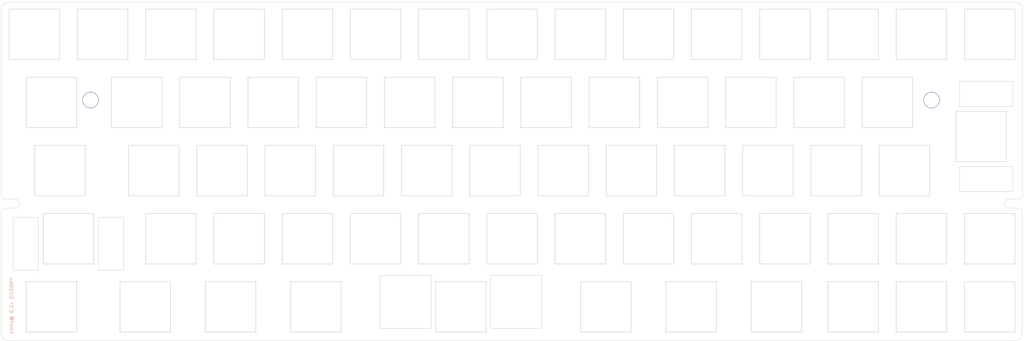
<source format=kicad_pcb>
(kicad_pcb (version 20221018) (generator pcbnew)
  (title_block (title "YM60JIS Plate") (date "2023-11-11") (rev "v1.0") (company "@ymkn"))
  (layers (0 "F.Cu" signal) (31 "B.Cu" signal) (34 "B.Paste" user) (35 "F.Paste" user) (36 "B.SilkS" user "B.Silkscreen") (37 "F.SilkS" user "F.Silkscreen") (38 "B.Mask" user) (39 "F.Mask" user) (44 "Edge.Cuts" user))
  (net 0 "")
  (footprint "kbd_SW_Hole:SW_Hole_1u" (layer "F.Cu") (at 200.025 114.3)
    (fp_text reference "SW24" hide)
    (fp_text value "SW_Push" hide)
    (fp_line (start -7.05 -7.05) (end 7.05 -7.05) (stroke (width 0.15)) (layer "Edge.Cuts"))
    (fp_line (start -7.05 7.05) (end -7.05 -7.05) (stroke (width 0.15)) (layer "Edge.Cuts"))
    (fp_line (start 7.05 -7.05) (end 7.05 7.05) (stroke (width 0.15)) (layer "Edge.Cuts"))
    (fp_line (start 7.05 7.05) (end -7.05 7.05) (stroke (width 0.15)) (layer "Edge.Cuts"))
  )
  (footprint "kbd_SW_Hole:SW_Hole_2u3u_JLC" (layer "F.Cu") (at 223.8375 133.35 180)
    (fp_text reference "SW29" hide)
    (fp_text value "Space" hide)
    (fp_line (start -22.6 -6) (end -8.3 -6) (stroke (width 0.12)) (layer "Edge.Cuts"))
    (fp_line (start -22.6 8.8) (end -22.6 -6) (stroke (width 0.12)) (layer "Edge.Cuts"))
    (fp_line (start -8.3 -6) (end -8.3 8.8) (stroke (width 0.12)) (layer "Edge.Cuts"))
    (fp_line (start -8.3 8.8) (end -22.6 8.8) (stroke (width 0.12)) (layer "Edge.Cuts"))
    (fp_line (start -7.05 -7.05) (end 7.05 -7.05) (stroke (width 0.15)) (layer "Edge.Cuts"))
    (fp_line (start -7.05 7.05) (end -7.05 -7.05) (stroke (width 0.15)) (layer "Edge.Cuts"))
    (fp_line (start 7.05 -7.05) (end 7.05 7.05) (stroke (width 0.15)) (layer "Edge.Cuts"))
    (fp_line (start 7.05 7.05) (end -7.05 7.05) (stroke (width 0.15)) (layer "Edge.Cuts"))
    (fp_line (start 8.3 -6) (end 8.3 8.8) (stroke (width 0.12)) (layer "Edge.Cuts"))
    (fp_line (start 8.3 8.8) (end 22.6 8.8) (stroke (width 0.12)) (layer "Edge.Cuts"))
    (fp_line (start 22.6 -6) (end 8.3 -6) (stroke (width 0.12)) (layer "Edge.Cuts"))
    (fp_line (start 22.6 8.8) (end 22.6 -6) (stroke (width 0.12)) (layer "Edge.Cuts"))
  )
  (footprint "kbd_SW_Hole:SW_Hole_1u" (layer "F.Cu") (at 157.1625 95.25)
    (fp_text reference "SW13" hide)
    (fp_text value "SW_Push" hide)
    (fp_line (start -7.05 -7.05) (end 7.05 -7.05) (stroke (width 0.15)) (layer "Edge.Cuts"))
    (fp_line (start -7.05 7.05) (end -7.05 -7.05) (stroke (width 0.15)) (layer "Edge.Cuts"))
    (fp_line (start 7.05 -7.05) (end 7.05 7.05) (stroke (width 0.15)) (layer "Edge.Cuts"))
    (fp_line (start 7.05 7.05) (end -7.05 7.05) (stroke (width 0.15)) (layer "Edge.Cuts"))
  )
  (footprint "kbd_SW_Hole:SW_Hole_1u" (layer "F.Cu") (at 323.85 76.2)
    (fp_text reference "SW54" hide)
    (fp_text value "SW_Push" hide)
    (fp_line (start -7.05 -7.05) (end 7.05 -7.05) (stroke (width 0.15)) (layer "Edge.Cuts"))
    (fp_line (start -7.05 7.05) (end -7.05 -7.05) (stroke (width 0.15)) (layer "Edge.Cuts"))
    (fp_line (start 7.05 -7.05) (end 7.05 7.05) (stroke (width 0.15)) (layer "Edge.Cuts"))
    (fp_line (start 7.05 7.05) (end -7.05 7.05) (stroke (width 0.15)) (layer "Edge.Cuts"))
  )
  (footprint "kbd_SW_Hole:SW_Hole_1u" (layer "F.Cu") (at 209.55 76.2)
    (fp_text reference "SW26" hide)
    (fp_text value "SW_Push" hide)
    (fp_line (start -7.05 -7.05) (end 7.05 -7.05) (stroke (width 0.15)) (layer "Edge.Cuts"))
    (fp_line (start -7.05 7.05) (end -7.05 -7.05) (stroke (width 0.15)) (layer "Edge.Cuts"))
    (fp_line (start 7.05 -7.05) (end 7.05 7.05) (stroke (width 0.15)) (layer "Edge.Cuts"))
    (fp_line (start 7.05 7.05) (end -7.05 7.05) (stroke (width 0.15)) (layer "Edge.Cuts"))
  )
  (footprint "kbd_SW_Hole:SW_Hole_1u" (layer "F.Cu") (at 276.225 114.3)
    (fp_text reference "SW41" hide)
    (fp_text value "SW_Push" hide)
    (fp_line (start -7.05 -7.05) (end 7.05 -7.05) (stroke (width 0.15)) (layer "Edge.Cuts"))
    (fp_line (start -7.05 7.05) (end -7.05 -7.05) (stroke (width 0.15)) (layer "Edge.Cuts"))
    (fp_line (start 7.05 -7.05) (end 7.05 7.05) (stroke (width 0.15)) (layer "Edge.Cuts"))
    (fp_line (start 7.05 7.05) (end -7.05 7.05) (stroke (width 0.15)) (layer "Edge.Cuts"))
  )
  (footprint "kbd_SW_Hole:SW_Hole_1u" (layer "F.Cu") (at 161.925 57.15)
    (fp_text reference "SW16" hide)
    (fp_text value "SW_Push" hide)
    (fp_line (start -7.05 -7.05) (end 7.05 -7.05) (stroke (width 0.15)) (layer "Edge.Cuts"))
    (fp_line (start -7.05 7.05) (end -7.05 -7.05) (stroke (width 0.15)) (layer "Edge.Cuts"))
    (fp_line (start 7.05 -7.05) (end 7.05 7.05) (stroke (width 0.15)) (layer "Edge.Cuts"))
    (fp_line (start 7.05 7.05) (end -7.05 7.05) (stroke (width 0.15)) (layer "Edge.Cuts"))
  )
  (footprint "kbd_Hole:m2_Spacer_Hole" (layer "F.Cu") (at 120.45 75.525)
    (fp_text reference "REF**" hide)
    (fp_text value ">VALUE" hide)
    (pad "" np_thru_hole circle locked (at 0 0) (size 4.5 4.5) (drill 4.3) (layers "*.Cu" "*.Mask"))
  )
  (footprint "kbd_SW_Hole:SW_Hole_1u" (layer "F.Cu") (at 238.125 114.3)
    (fp_text reference "SW33" hide)
    (fp_text value "SW_Push" hide)
    (fp_line (start -7.05 -7.05) (end 7.05 -7.05) (stroke (width 0.15)) (layer "Edge.Cuts"))
    (fp_line (start -7.05 7.05) (end -7.05 -7.05) (stroke (width 0.15)) (layer "Edge.Cuts"))
    (fp_line (start 7.05 -7.05) (end 7.05 7.05) (stroke (width 0.15)) (layer "Edge.Cuts"))
    (fp_line (start 7.05 7.05) (end -7.05 7.05) (stroke (width 0.15)) (layer "Edge.Cuts"))
  )
  (footprint "kbd_SW_Hole:SW_Hole_1.25u" (layer "F.Cu") (at 159.54375 133.35)
    (fp_text reference "SW15" hide)
    (fp_text value "SW_Push" hide)
    (fp_line (start -7.05 -7.05) (end 7.05 -7.05) (stroke (width 0.15)) (layer "Edge.Cuts"))
    (fp_line (start -7.05 7.05) (end -7.05 -7.05) (stroke (width 0.15)) (layer "Edge.Cuts"))
    (fp_line (start 7.05 -7.05) (end 7.05 7.05) (stroke (width 0.15)) (layer "Edge.Cuts"))
    (fp_line (start 7.05 7.05) (end -7.05 7.05) (stroke (width 0.15)) (layer "Edge.Cuts"))
  )
  (footprint "kbd_SW_Hole:SW_Hole_1u" (layer "F.Cu") (at 200.025 57.15)
    (fp_text reference "SW25" hide)
    (fp_text value "SW_Push" hide)
    (fp_line (start -7.05 -7.05) (end 7.05 -7.05) (stroke (width 0.15)) (layer "Edge.Cuts"))
    (fp_line (start -7.05 7.05) (end -7.05 -7.05) (stroke (width 0.15)) (layer "Edge.Cuts"))
    (fp_line (start 7.05 -7.05) (end 7.05 7.05) (stroke (width 0.15)) (layer "Edge.Cuts"))
    (fp_line (start 7.05 7.05) (end -7.05 7.05) (stroke (width 0.15)) (layer "Edge.Cuts"))
  )
  (footprint "kbd_Hole:m2_Spacer_Hole" (layer "F.Cu") (at 355.25 75.525)
    (fp_text reference "")
    (fp_text value ">VALUE" hide)
    (pad "" np_thru_hole circle locked (at 0 0) (size 4.5 4.5) (drill 4.3) (layers "*.Cu" "*.Mask"))
  )
  (footprint "kbd_SW_Hole:SW_Hole_1u" (layer "F.Cu") (at 152.4 76.2)
    (fp_text reference "SW12" hide)
    (fp_text value "SW_Push" hide)
    (fp_line (start -7.05 -7.05) (end 7.05 -7.05) (stroke (width 0.15)) (layer "Edge.Cuts"))
    (fp_line (start -7.05 7.05) (end -7.05 -7.05) (stroke (width 0.15)) (layer "Edge.Cuts"))
    (fp_line (start 7.05 -7.05) (end 7.05 7.05) (stroke (width 0.15)) (layer "Edge.Cuts"))
    (fp_line (start 7.05 7.05) (end -7.05 7.05) (stroke (width 0.15)) (layer "Edge.Cuts"))
  )
  (footprint "kbd_SW_Hole:SW_Hole_1.25u" (layer "F.Cu") (at 135.73125 133.35)
    (fp_text reference "SW10" hide)
    (fp_text value "SW_Push" hide)
    (fp_line (start -7.05 -7.05) (end 7.05 -7.05) (stroke (width 0.15)) (layer "Edge.Cuts"))
    (fp_line (start -7.05 7.05) (end -7.05 -7.05) (stroke (width 0.15)) (layer "Edge.Cuts"))
    (fp_line (start 7.05 -7.05) (end 7.05 7.05) (stroke (width 0.15)) (layer "Edge.Cuts"))
    (fp_line (start 7.05 7.05) (end -7.05 7.05) (stroke (width 0.15)) (layer "Edge.Cuts"))
  )
  (footprint "kbd_SW_Hole:SW_Hole_1u" (layer "F.Cu") (at 176.2125 95.25)
    (fp_text reference "SW18" hide)
    (fp_text value "SW_Push" hide)
    (fp_line (start -7.05 -7.05) (end 7.05 -7.05) (stroke (width 0.15)) (layer "Edge.Cuts"))
    (fp_line (start -7.05 7.05) (end -7.05 -7.05) (stroke (width 0.15)) (layer "Edge.Cuts"))
    (fp_line (start 7.05 -7.05) (end 7.05 7.05) (stroke (width 0.15)) (layer "Edge.Cuts"))
    (fp_line (start 7.05 7.05) (end -7.05 7.05) (stroke (width 0.15)) (layer "Edge.Cuts"))
  )
  (footprint "kbd_SW_Hole:SW_Hole_1u" (layer "F.Cu") (at 180.975 57.15)
    (fp_text reference "SW21" hide)
    (fp_text value "SW_Push" hide)
    (fp_line (start -7.05 -7.05) (end 7.05 -7.05) (stroke (width 0.15)) (layer "Edge.Cuts"))
    (fp_line (start -7.05 7.05) (end -7.05 -7.05) (stroke (width 0.15)) (layer "Edge.Cuts"))
    (fp_line (start 7.05 -7.05) (end 7.05 7.05) (stroke (width 0.15)) (layer "Edge.Cuts"))
    (fp_line (start 7.05 7.05) (end -7.05 7.05) (stroke (width 0.15)) (layer "Edge.Cuts"))
  )
  (footprint "kbd_SW_Hole:SW_Hole_1.5u" (layer "F.Cu") (at 109.5375 133.35)
    (fp_text reference "SW5" hide)
    (fp_text value "SW_Push" hide)
    (fp_line (start -7.05 -7.05) (end 7.05 -7.05) (stroke (width 0.15)) (layer "Edge.Cuts"))
    (fp_line (start -7.05 7.05) (end -7.05 -7.05) (stroke (width 0.15)) (layer "Edge.Cuts"))
    (fp_line (start 7.05 -7.05) (end 7.05 7.05) (stroke (width 0.15)) (layer "Edge.Cuts"))
    (fp_line (start 7.05 7.05) (end -7.05 7.05) (stroke (width 0.15)) (layer "Edge.Cuts"))
  )
  (footprint "kbd_SW_Hole:SW_Hole_1u" (layer "F.Cu") (at 219.075 114.3)
    (fp_text reference "SW28" hide)
    (fp_text value "SW_Push" hide)
    (fp_line (start -7.05 -7.05) (end 7.05 -7.05) (stroke (width 0.15)) (layer "Edge.Cuts"))
    (fp_line (start -7.05 7.05) (end -7.05 -7.05) (stroke (width 0.15)) (layer "Edge.Cuts"))
    (fp_line (start 7.05 -7.05) (end 7.05 7.05) (stroke (width 0.15)) (layer "Edge.Cuts"))
    (fp_line (start 7.05 7.05) (end -7.05 7.05) (stroke (width 0.15)) (layer "Edge.Cuts"))
  )
  (footprint "kbd_SW_Hole:SW_Hole_1.75u" (layer "F.Cu") (at 111.91875 95.25)
    (fp_text reference "SW3" hide)
    (fp_text value "SW_Push" hide)
    (fp_line (start -7.05 -7.05) (end 7.05 -7.05) (stroke (width 0.15)) (layer "Edge.Cuts"))
    (fp_line (start -7.05 7.05) (end -7.05 -7.05) (stroke (width 0.15)) (layer "Edge.Cuts"))
    (fp_line (start 7.05 -7.05) (end 7.05 7.05) (stroke (width 0.15)) (layer "Edge.Cuts"))
    (fp_line (start 7.05 7.05) (end -7.05 7.05) (stroke (width 0.15)) (layer "Edge.Cuts"))
  )
  (footprint "kbd_SW_Hole:SW_Hole_1u" (layer "F.Cu") (at 271.4625 95.25)
    (fp_text reference "SW40" hide)
    (fp_text value "SW_Push" hide)
    (fp_line (start -7.05 -7.05) (end 7.05 -7.05) (stroke (width 0.15)) (layer "Edge.Cuts"))
    (fp_line (start -7.05 7.05) (end -7.05 -7.05) (stroke (width 0.15)) (layer "Edge.Cuts"))
    (fp_line (start 7.05 -7.05) (end 7.05 7.05) (stroke (width 0.15)) (layer "Edge.Cuts"))
    (fp_line (start 7.05 7.05) (end -7.05 7.05) (stroke (width 0.15)) (layer "Edge.Cuts"))
  )
  (footprint "kbd_SW_Hole:SW_Hole_1.25u" (layer "F.Cu") (at 288.13125 133.35)
    (fp_text reference "SW47" hide)
    (fp_text value "SW_Push" hide)
    (fp_line (start -7.05 -7.05) (end 7.05 -7.05) (stroke (width 0.15)) (layer "Edge.Cuts"))
    (fp_line (start -7.05 7.05) (end -7.05 -7.05) (stroke (width 0.15)) (layer "Edge.Cuts"))
    (fp_line (start 7.05 -7.05) (end 7.05 7.05) (stroke (width 0.15)) (layer "Edge.Cuts"))
    (fp_line (start 7.05 7.05) (end -7.05 7.05) (stroke (width 0.15)) (layer "Edge.Cuts"))
  )
  (footprint "kbd_SW_Hole:SW_Hole_1u" (layer "F.Cu") (at 180.975 114.3)
    (fp_text reference "SW19" hide)
    (fp_text value "SW_Push" hide)
    (fp_line (start -7.05 -7.05) (end 7.05 -7.05) (stroke (width 0.15)) (layer "Edge.Cuts"))
    (fp_line (start -7.05 7.05) (end -7.05 -7.05) (stroke (width 0.15)) (layer "Edge.Cuts"))
    (fp_line (start 7.05 -7.05) (end 7.05 7.05) (stroke (width 0.15)) (layer "Edge.Cuts"))
    (fp_line (start 7.05 7.05) (end -7.05 7.05) (stroke (width 0.15)) (layer "Edge.Cuts"))
  )
  (footprint "kbd_SW_Hole:SW_Hole_1u" (layer "F.Cu") (at 371.475 114.3)
    (fp_text reference "SW66" hide)
    (fp_text value "SW_Push" hide)
    (fp_line (start -7.05 -7.05) (end 7.05 -7.05) (stroke (width 0.15)) (layer "Edge.Cuts"))
    (fp_line (start -7.05 7.05) (end -7.05 -7.05) (stroke (width 0.15)) (layer "Edge.Cuts"))
    (fp_line (start 7.05 -7.05) (end 7.05 7.05) (stroke (width 0.15)) (layer "Edge.Cuts"))
    (fp_line (start 7.05 7.05) (end -7.05 7.05) (stroke (width 0.15)) (layer "Edge.Cuts"))
  )
  (footprint "kbd_SW_Hole:SW_Hole_1u" (layer "F.Cu") (at 252.4125 95.25)
    (fp_text reference "SW36" hide)
    (fp_text value "SW_Push" hide)
    (fp_line (start -7.05 -7.05) (end 7.05 -7.05) (stroke (width 0.15)) (layer "Edge.Cuts"))
    (fp_line (start -7.05 7.05) (end -7.05 -7.05) (stroke (width 0.15)) (layer "Edge.Cuts"))
    (fp_line (start 7.05 -7.05) (end 7.05 7.05) (stroke (width 0.15)) (layer "Edge.Cuts"))
    (fp_line (start 7.05 7.05) (end -7.05 7.05) (stroke (width 0.15)) (layer "Edge.Cuts"))
  )
  (footprint "kbd_SW_Hole:SW_Hole_1u" (layer "F.Cu") (at 328.6125 95.25)
    (fp_text reference "SW55" hide)
    (fp_text value "SW_Push" hide)
    (fp_line (start -7.05 -7.05) (end 7.05 -7.05) (stroke (width 0.15)) (layer "Edge.Cuts"))
    (fp_line (start -7.05 7.05) (end -7.05 -7.05) (stroke (width 0.15)) (layer "Edge.Cuts"))
    (fp_line (start 7.05 -7.05) (end 7.05 7.05) (stroke (width 0.15)) (layer "Edge.Cuts"))
    (fp_line (start 7.05 7.05) (end -7.05 7.05) (stroke (width 0.15)) (layer "Edge.Cuts"))
  )
  (footprint "kbd_SW_Hole:SW_Hole_1u" (layer "F.Cu") (at 123.825 57.15 180)
    (fp_text reference "SW6" hide)
    (fp_text value "SW_Push" hide)
    (fp_line (start -7.05 -7.05) (end 7.05 -7.05) (stroke (width 0.15)) (layer "Edge.Cuts"))
    (fp_line (start -7.05 7.05) (end -7.05 -7.05) (stroke (width 0.15)) (layer "Edge.Cuts"))
    (fp_line (start 7.05 -7.05) (end 7.05 7.05) (stroke (width 0.15)) (layer "Edge.Cuts"))
    (fp_line (start 7.05 7.05) (end -7.05 7.05) (stroke (width 0.15)) (layer "Edge.Cuts"))
  )
  (footprint "kbd_SW_Hole:SW_Hole_1u" (layer "F.Cu") (at 247.65 76.2)
    (fp_text reference "SW35" hide)
    (fp_text value "SW_Push" hide)
    (fp_line (start -7.05 -7.05) (end 7.05 -7.05) (stroke (width 0.15)) (layer "Edge.Cuts"))
    (fp_line (start -7.05 7.05) (end -7.05 -7.05) (stroke (width 0.15)) (layer "Edge.Cuts"))
    (fp_line (start 7.05 -7.05) (end 7.05 7.05) (stroke (width 0.15)) (layer "Edge.Cuts"))
    (fp_line (start 7.05 7.05) (end -7.05 7.05) (stroke (width 0.15)) (layer "Edge.Cuts"))
  )
  (footprint "kbd_SW_Hole:SW_Hole_1u" (layer "F.Cu") (at 276.225 57.15)
    (fp_text reference "SW43" hide)
    (fp_text value "SW_Push" hide)
    (fp_line (start -7.05 -7.05) (end 7.05 -7.05) (stroke (width 0.15)) (layer "Edge.Cuts"))
    (fp_line (start -7.05 7.05) (end -7.05 -7.05) (stroke (width 0.15)) (layer "Edge.Cuts"))
    (fp_line (start 7.05 -7.05) (end 7.05 7.05) (stroke (width 0.15)) (layer "Edge.Cuts"))
    (fp_line (start 7.05 7.05) (end -7.05 7.05) (stroke (width 0.15)) (layer "Edge.Cuts"))
  )
  (footprint "kbd_SW_Hole:SW_Hole_1u" (layer "F.Cu") (at 171.45 76.2)
    (fp_text reference "SW17" hide)
    (fp_text value "SW_Push" hide)
    (fp_line (start -7.05 -7.05) (end 7.05 -7.05) (stroke (width 0.15)) (layer "Edge.Cuts"))
    (fp_line (start -7.05 7.05) (end -7.05 -7.05) (stroke (width 0.15)) (layer "Edge.Cuts"))
    (fp_line (start 7.05 -7.05) (end 7.05 7.05) (stroke (width 0.15)) (layer "Edge.Cuts"))
    (fp_line (start 7.05 7.05) (end -7.05 7.05) (stroke (width 0.15)) (layer "Edge.Cuts"))
  )
  (footprint "kbd_SW_Hole:SW_Hole_1.25u" (layer "F.Cu") (at 311.94375 133.35)
    (fp_text reference "SW52" hide)
    (fp_text value "SW_Push" hide)
    (fp_line (start -7.05 -7.05) (end 7.05 -7.05) (stroke (width 0.15)) (layer "Edge.Cuts"))
    (fp_line (start -7.05 7.05) (end -7.05 -7.05) (stroke (width 0.15)) (layer "Edge.Cuts"))
    (fp_line (start 7.05 -7.05) (end 7.05 7.05) (stroke (width 0.15)) (layer "Edge.Cuts"))
    (fp_line (start 7.05 7.05) (end -7.05 7.05) (stroke (width 0.15)) (layer "Edge.Cuts"))
  )
  (footprint "kbd_SW_Hole:SW_Hole_1u" (layer "F.Cu") (at 342.9 76.2)
    (fp_text reference "SW59" hide)
    (fp_text value "SW_Push" hide)
    (fp_line (start -7.05 -7.05) (end 7.05 -7.05) (stroke (width 0.15)) (layer "Edge.Cuts"))
    (fp_line (start -7.05 7.05) (end -7.05 -7.05) (stroke (width 0.15)) (layer "Edge.Cuts"))
    (fp_line (start 7.05 -7.05) (end 7.05 7.05) (stroke (width 0.15)) (layer "Edge.Cuts"))
    (fp_line (start 7.05 7.05) (end -7.05 7.05) (stroke (width 0.15)) (layer "Edge.Cuts"))
  )
  (footprint "kbd_SW_Hole:SW_Hole_1u" (layer "F.Cu") (at 219.075 57.15)
    (fp_text reference "SW30" hide)
    (fp_text value "SW_Push" hide)
    (fp_line (start -7.05 -7.05) (end 7.05 -7.05) (stroke (width 0.15)) (layer "Edge.Cuts"))
    (fp_line (start -7.05 7.05) (end -7.05 -7.05) (stroke (width 0.15)) (layer "Edge.Cuts"))
    (fp_line (start 7.05 -7.05) (end 7.05 7.05) (stroke (width 0.15)) (layer "Edge.Cuts"))
    (fp_line (start 7.05 7.05) (end -7.05 7.05) (stroke (width 0.15)) (layer "Edge.Cuts"))
  )
  (footprint "kbd_SW_Hole:SW_Hole_2u" (layer "F.Cu") (at 114.3 114.3)
    (fp_text reference "SW4" hide)
    (fp_text value "SW_Push" hide)
    (fp_line (start -15.4 -6) (end -8.4 -6) (stroke (width 0.12)) (layer "Edge.Cuts"))
    (fp_line (start -15.4 8.8) (end -15.4 -6) (stroke (width 0.12)) (layer "Edge.Cuts"))
    (fp_line (start -8.4 -6) (end -8.4 8.8) (stroke (width 0.12)) (layer "Edge.Cuts"))
    (fp_line (start -8.4 8.8) (end -15.4 8.8) (stroke (width 0.12)) (layer "Edge.Cuts"))
    (fp_line (start -7.05 -7.05) (end 7.05 -7.05) (stroke (width 0.15)) (layer "Edge.Cuts"))
    (fp_line (start -7.05 7.05) (end -7.05 -7.05) (stroke (width 0.15)) (layer "Edge.Cuts"))
    (fp_line (start 7.05 -7.05) (end 7.05 7.05) (stroke (width 0.15)) (layer "Edge.Cuts"))
    (fp_line (start 7.05 7.05) (end -7.05 7.05) (stroke (width 0.15)) (layer "Edge.Cuts"))
    (fp_line (start 8.4 -6) (end 8.4 8.8) (stroke (width 0.12)) (layer "Edge.Cuts"))
    (fp_line (start 8.4 8.8) (end 15.4 8.8) (stroke (width 0.12)) (layer "Edge.Cuts"))
    (fp_line (start 15.4 -6) (end 8.4 -6) (stroke (width 0.12)) (layer "Edge.Cuts"))
    (fp_line (start 15.4 8.8) (end 15.4 -6) (stroke (width 0.12)) (layer "Edge.Cuts"))
  )
  (footprint "kbd_SW_Hole:SW_Hole_1.5u" (layer "F.Cu") (at 109.5375 76.2)
    (fp_text reference "SW2" hide)
    (fp_text value "SW_Push" hide)
    (fp_line (start -7.05 -7.05) (end 7.05 -7.05) (stroke (width 0.15)) (layer "Edge.Cuts"))
    (fp_line (start -7.05 7.05) (end -7.05 -7.05) (stroke (width 0.15)) (layer "Edge.Cuts"))
    (fp_line (start 7.05 -7.05) (end 7.05 7.05) (stroke (width 0.15)) (layer "Edge.Cuts"))
    (fp_line (start 7.05 7.05) (end -7.05 7.05) (stroke (width 0.15)) (layer "Edge.Cuts"))
  )
  (footprint "kbd_SW_Hole:SW_Hole_1u" (layer "F.Cu") (at 333.375 57.15)
    (fp_text reference "SW58" hide)
    (fp_text value "SW_Push" hide)
    (fp_line (start -7.05 -7.05) (end 7.05 -7.05) (stroke (width 0.15)) (layer "Edge.Cuts"))
    (fp_line (start -7.05 7.05) (end -7.05 -7.05) (stroke (width 0.15)) (layer "Edge.Cuts"))
    (fp_line (start 7.05 -7.05) (end 7.05 7.05) (stroke (width 0.15)) (layer "Edge.Cuts"))
    (fp_line (start 7.05 7.05) (end -7.05 7.05) (stroke (width 0.15)) (layer "Edge.Cuts"))
  )
  (footprint "kbd_SW_Hole:SW_Hole_1u" (layer "F.Cu") (at 257.175 57.15)
    (fp_text reference "SW38" hide)
    (fp_text value "SW_Push" hide)
    (fp_line (start -7.05 -7.05) (end 7.05 -7.05) (stroke (width 0.15)) (layer "Edge.Cuts"))
    (fp_line (start -7.05 7.05) (end -7.05 -7.05) (stroke (width 0.15)) (layer "Edge.Cuts"))
    (fp_line (start 7.05 -7.05) (end 7.05 7.05) (stroke (width 0.15)) (layer "Edge.Cuts"))
    (fp_line (start 7.05 7.05) (end -7.05 7.05) (stroke (width 0.15)) (layer "Edge.Cuts"))
  )
  (footprint "kbd_SW_Hole:SW_Hole_1u" (layer "F.Cu") (at 161.925 114.3)
    (fp_text reference "SW14" hide)
    (fp_text value "SW_Push" hide)
    (fp_line (start -7.05 -7.05) (end 7.05 -7.05) (stroke (width 0.15)) (layer "Edge.Cuts"))
    (fp_line (start -7.05 7.05) (end -7.05 -7.05) (stroke (width 0.15)) (layer "Edge.Cuts"))
    (fp_line (start 7.05 -7.05) (end 7.05 7.05) (stroke (width 0.15)) (layer "Edge.Cuts"))
    (fp_line (start 7.05 7.05) (end -7.05 7.05) (stroke (width 0.15)) (layer "Edge.Cuts"))
  )
  (footprint "kbd_SW_Hole:SW_Hole_1u" (layer "F.Cu") (at 142.875 114.3)
    (fp_text reference "SW9" hide)
    (fp_text value "SW_Push" hide)
    (fp_line (start -7.05 -7.05) (end 7.05 -7.05) (stroke (width 0.15)) (layer "Edge.Cuts"))
    (fp_line (start -7.05 7.05) (end -7.05 -7.05) (stroke (width 0.15)) (layer "Edge.Cuts"))
    (fp_line (start 7.05 -7.05) (end 7.05 7.05) (stroke (width 0.15)) (layer "Edge.Cuts"))
    (fp_line (start 7.05 7.05) (end -7.05 7.05) (stroke (width 0.15)) (layer "Edge.Cuts"))
  )
  (footprint "kbd_SW_Hole:SW_Hole_1u" (layer "F.Cu") (at 133.35 76.2)
    (fp_text reference "SW7" hide)
    (fp_text value "SW_Push" hide)
    (fp_line (start -7.05 -7.05) (end 7.05 -7.05) (stroke (width 0.15)) (layer "Edge.Cuts"))
    (fp_line (start -7.05 7.05) (end -7.05 -7.05) (stroke (width 0.15)) (layer "Edge.Cuts"))
    (fp_line (start 7.05 -7.05) (end 7.05 7.05) (stroke (width 0.15)) (layer "Edge.Cuts"))
    (fp_line (start 7.05 7.05) (end -7.05 7.05) (stroke (width 0.15)) (layer "Edge.Cuts"))
  )
  (footprint "kbd_SW_Hole:SW_Hole_2u" (layer "F.Cu") (at 369.09375 85.725 90)
    (fp_text reference "SW65" hide)
    (fp_text value "ISOEnter" hide)
    (fp_line (start -15.4 -6) (end -8.4 -6) (stroke (width 0.12)) (layer "Edge.Cuts"))
    (fp_line (start -15.4 8.8) (end -15.4 -6) (stroke (width 0.12)) (layer "Edge.Cuts"))
    (fp_line (start -8.4 -6) (end -8.4 8.8) (stroke (width 0.12)) (layer "Edge.Cuts"))
    (fp_line (start -8.4 8.8) (end -15.4 8.8) (stroke (width 0.12)) (layer "Edge.Cuts"))
    (fp_line (start -7.05 -7.05) (end 7.05 -7.05) (stroke (width 0.15)) (layer "Edge.Cuts"))
    (fp_line (start -7.05 7.05) (end -7.05 -7.05) (stroke (width 0.15)) (layer "Edge.Cuts"))
    (fp_line (start 7.05 -7.05) (end 7.05 7.05) (stroke (width 0.15)) (layer "Edge.Cuts"))
    (fp_line (start 7.05 7.05) (end -7.05 7.05) (stroke (width 0.15)) (layer "Edge.Cuts"))
    (fp_line (start 8.4 -6) (end 8.4 8.8) (stroke (width 0.12)) (layer "Edge.Cuts"))
    (fp_line (start 8.4 8.8) (end 15.4 8.8) (stroke (width 0.12)) (layer "Edge.Cuts"))
    (fp_line (start 15.4 -6) (end 8.4 -6) (stroke (width 0.12)) (layer "Edge.Cuts"))
    (fp_line (start 15.4 8.8) (end 15.4 -6) (stroke (width 0.12)) (layer "Edge.Cuts"))
  )
  (footprint "kbd_SW_Hole:SW_Hole_1u" (layer "F.Cu") (at 238.125 57.15)
    (fp_text reference "SW34" hide)
    (fp_text value "SW_Push" hide)
    (fp_line (start -7.05 -7.05) (end 7.05 -7.05) (stroke (width 0.15)) (layer "Edge.Cuts"))
    (fp_line (start -7.05 7.05) (end -7.05 -7.05) (stroke (width 0.15)) (layer "Edge.Cuts"))
    (fp_line (start 7.05 -7.05) (end 7.05 7.05) (stroke (width 0.15)) (layer "Edge.Cuts"))
    (fp_line (start 7.05 7.05) (end -7.05 7.05) (stroke (width 0.15)) (layer "Edge.Cuts"))
  )
  (footprint "kbd_SW_Hole:SW_Hole_1u" (layer "F.Cu") (at 352.425 133.35)
    (fp_text reference "SW62" hide)
    (fp_text value "SW_Push" hide)
    (fp_line (start -7.05 -7.05) (end 7.05 -7.05) (stroke (width 0.15)) (layer "Edge.Cuts"))
    (fp_line (start -7.05 7.05) (end -7.05 -7.05) (stroke (width 0.15)) (layer "Edge.Cuts"))
    (fp_line (start 7.05 -7.05) (end 7.05 7.05) (stroke (width 0.15)) (layer "Edge.Cuts"))
    (fp_line (start 7.05 7.05) (end -7.05 7.05) (stroke (width 0.15)) (layer "Edge.Cuts"))
  )
  (footprint "kbd_SW_Hole:SW_Hole_1u" (layer "F.Cu") (at 190.5 76.2)
    (fp_text reference "SW22" hide)
    (fp_text value "SW_Push" hide)
    (fp_line (start -7.05 -7.05) (end 7.05 -7.05) (stroke (width 0.15)) (layer "Edge.Cuts"))
    (fp_line (start -7.05 7.05) (end -7.05 -7.05) (stroke (width 0.15)) (layer "Edge.Cuts"))
    (fp_line (start 7.05 -7.05) (end 7.05 7.05) (stroke (width 0.15)) (layer "Edge.Cuts"))
    (fp_line (start 7.05 7.05) (end -7.05 7.05) (stroke (width 0.15)) (layer "Edge.Cuts"))
  )
  (footprint "kbd_SW_Hole:SW_Hole_1u" (layer "F.Cu") (at 304.8 76.2)
    (fp_text reference "SW49" hide)
    (fp_text value "SW_Push" hide)
    (fp_line (start -7.05 -7.05) (end 7.05 -7.05) (stroke (width 0.15)) (layer "Edge.Cuts"))
    (fp_line (start -7.05 7.05) (end -7.05 -7.05) (stroke (width 0.15)) (layer "Edge.Cuts"))
    (fp_line (start 7.05 -7.05) (end 7.05 7.05) (stroke (width 0.15)) (layer "Edge.Cuts"))
    (fp_line (start 7.05 7.05) (end -7.05 7.05) (stroke (width 0.15)) (layer "Edge.Cuts"))
  )
  (footprint "kbd_SW_Hole:SW_Hole_1u" (layer "F.Cu") (at 257.175 114.3)
    (fp_text reference "SW37" hide)
    (fp_text value "SW_Push" hide)
    (fp_line (start -7.05 -7.05) (end 7.05 -7.05) (stroke (width 0.15)) (layer "Edge.Cuts"))
    (fp_line (start -7.05 7.05) (end -7.05 -7.05) (stroke (width 0.15)) (layer "Edge.Cuts"))
    (fp_line (start 7.05 -7.05) (end 7.05 7.05) (stroke (width 0.15)) (layer "Edge.Cuts"))
    (fp_line (start 7.05 7.05) (end -7.05 7.05) (stroke (width 0.15)) (layer "Edge.Cuts"))
  )
  (footprint "kbd_SW_Hole:SW_Hole_1u" (layer "F.Cu") (at 104.775 57.15 180)
    (fp_text reference "SW1" hide)
    (fp_text value "SW_Push" hide)
    (fp_line (start -7.05 -7.05) (end 7.05 -7.05) (stroke (width 0.15)) (layer "Edge.Cuts"))
    (fp_line (start -7.05 7.05) (end -7.05 -7.05) (stroke (width 0.15)) (layer "Edge.Cuts"))
    (fp_line (start 7.05 -7.05) (end 7.05 7.05) (stroke (width 0.15)) (layer "Edge.Cuts"))
    (fp_line (start 7.05 7.05) (end -7.05 7.05) (stroke (width 0.15)) (layer "Edge.Cuts"))
  )
  (footprint "kbd_SW_Hole:SW_Hole_1.25u" (layer "F.Cu") (at 183.35625 133.35)
    (fp_text reference "SW20" hide)
    (fp_text value "SW_Push" hide)
    (fp_line (start -7.05 -7.05) (end 7.05 -7.05) (stroke (width 0.15)) (layer "Edge.Cuts"))
    (fp_line (start -7.05 7.05) (end -7.05 -7.05) (stroke (width 0.15)) (layer "Edge.Cuts"))
    (fp_line (start 7.05 -7.05) (end 7.05 7.05) (stroke (width 0.15)) (layer "Edge.Cuts"))
    (fp_line (start 7.05 7.05) (end -7.05 7.05) (stroke (width 0.15)) (layer "Edge.Cuts"))
  )
  (footprint "kbd_SW_Hole:SW_Hole_1u" (layer "F.Cu") (at 295.275 57.15)
    (fp_text reference "SW48" hide)
    (fp_text value "SW_Push" hide)
    (fp_line (start -7.05 -7.05) (end 7.05 -7.05) (stroke (width 0.15)) (layer "Edge.Cuts"))
    (fp_line (start -7.05 7.05) (end -7.05 -7.05) (stroke (width 0.15)) (layer "Edge.Cuts"))
    (fp_line (start 7.05 -7.05) (end 7.05 7.05) (stroke (width 0.15)) (layer "Edge.Cuts"))
    (fp_line (start 7.05 7.05) (end -7.05 7.05) (stroke (width 0.15)) (layer "Edge.Cuts"))
  )
  (footprint "kbd_SW_Hole:SW_Hole_1u" (layer "F.Cu") (at 295.275 114.3)
    (fp_text reference "SW46" hide)
    (fp_text value "SW_Push" hide)
    (fp_line (start -7.05 -7.05) (end 7.05 -7.05) (stroke (width 0.15)) (layer "Edge.Cuts"))
    (fp_line (start -7.05 7.05) (end -7.05 -7.05) (stroke (width 0.15)) (layer "Edge.Cuts"))
    (fp_line (start 7.05 -7.05) (end 7.05 7.05) (stroke (width 0.15)) (layer "Edge.Cuts"))
    (fp_line (start 7.05 7.05) (end -7.05 7.05) (stroke (width 0.15)) (layer "Edge.Cuts"))
  )
  (footprint "kbd_SW_Hole:SW_Hole_1u" (layer "F.Cu") (at 290.5125 95.25)
    (fp_text reference "SW45" hide)
    (fp_text value "SW_Push" hide)
    (fp_line (start -7.05 -7.05) (end 7.05 -7.05) (stroke (width 0.15)) (layer "Edge.Cuts"))
    (fp_line (start -7.05 7.05) (end -7.05 -7.05) (stroke (width 0.15)) (layer "Edge.Cuts"))
    (fp_line (start 7.05 -7.05) (end 7.05 7.05) (stroke (width 0.15)) (layer "Edge.Cuts"))
    (fp_line (start 7.05 7.05) (end -7.05 7.05) (stroke (width 0.15)) (layer "Edge.Cuts"))
  )
  (footprint "kbd_SW_Hole:SW_Hole_1u" (layer "F.Cu") (at 285.75 76.2)
    (fp_text reference "SW44" hide)
    (fp_text value "SW_Push" hide)
    (fp_line (start -7.05 -7.05) (end 7.05 -7.05) (stroke (width 0.15)) (layer "Edge.Cuts"))
    (fp_line (start -7.05 7.05) (end -7.05 -7.05) (stroke (width 0.15)) (layer "Edge.Cuts"))
    (fp_line (start 7.05 -7.05) (end 7.05 7.05) (stroke (width 0.15)) (layer "Edge.Cuts"))
    (fp_line (start 7.05 7.05) (end -7.05 7.05) (stroke (width 0.15)) (layer "Edge.Cuts"))
  )
  (footprint "kbd_SW_Hole:SW_Hole_1u" (layer "F.Cu") (at 352.425 114.3)
    (fp_text reference "SW61" hide)
    (fp_text value "SW_Push" hide)
    (fp_line (start -7.05 -7.05) (end 7.05 -7.05) (stroke (width 0.15)) (layer "Edge.Cuts"))
    (fp_line (start -7.05 7.05) (end -7.05 -7.05) (stroke (width 0.15)) (layer "Edge.Cuts"))
    (fp_line (start 7.05 -7.05) (end 7.05 7.05) (stroke (width 0.15)) (layer "Edge.Cuts"))
    (fp_line (start 7.05 7.05) (end -7.05 7.05) (stroke (width 0.15)) (layer "Edge.Cuts"))
  )
  (footprint "kbd_SW_Hole:SW_Hole_1u" (layer "F.Cu") (at 333.375 114.3)
    (fp_text reference "SW56" hide)
    (fp_text value "SW_Push" hide)
    (fp_line (start -7.05 -7.05) (end 7.05 -7.05) (stroke (width 0.15)) (layer "Edge.Cuts"))
    (fp_line (start -7.05 7.05) (end -7.05 -7.05) (stroke (width 0.15)) (layer "Edge.Cuts"))
    (fp_line (start 7.05 -7.05) (end 7.05 7.05) (stroke (width 0.15)) (layer "Edge.Cuts"))
    (fp_line (start 7.05 7.05) (end -7.05 7.05) (stroke (width 0.15)) (layer "Edge.Cuts"))
  )
  (footprint "kbd_SW_Hole:SW_Hole_1u" (layer "F.Cu") (at 309.5625 95.25)
    (fp_text reference "SW50" hide)
    (fp_text value "SW_Push" hide)
    (fp_line (start -7.05 -7.05) (end 7.05 -7.05) (stroke (width 0.15)) (layer "Edge.Cuts"))
    (fp_line (start -7.05 7.05) (end -7.05 -7.05) (stroke (width 0.15)) (layer "Edge.Cuts"))
    (fp_line (start 7.05 -7.05) (end 7.05 7.05) (stroke (width 0.15)) (layer "Edge.Cuts"))
    (fp_line (start 7.05 7.05) (end -7.05 7.05) (stroke (width 0.15)) (layer "Edge.Cuts"))
  )
  (footprint "kbd_SW_Hole:SW_Hole_1u" (layer "F.Cu") (at 314.325 57.15)
    (fp_text reference "SW53" hide)
    (fp_text value "SW_Push" hide)
    (fp_line (start -7.05 -7.05) (end 7.05 -7.05) (stroke (width 0.15)) (layer "Edge.Cuts"))
    (fp_line (start -7.05 7.05) (end -7.05 -7.05) (stroke (width 0.15)) (layer "Edge.Cuts"))
    (fp_line (start 7.05 -7.05) (end 7.05 7.05) (stroke (width 0.15)) (layer "Edge.Cuts"))
    (fp_line (start 7.05 7.05) (end -7.05 7.05) (stroke (width 0.15)) (layer "Edge.Cuts"))
  )
  (footprint "kbd_SW_Hole:SW_Hole_1u" (layer "F.Cu") (at 228.6 76.2)
    (fp_text reference "SW31" hide)
    (fp_text value "SW_Push" hide)
    (fp_line (start -7.05 -7.05) (end 7.05 -7.05) (stroke (width 0.15)) (layer "Edge.Cuts"))
    (fp_line (start -7.05 7.05) (end -7.05 -7.05) (stroke (width 0.15)) (layer "Edge.Cuts"))
    (fp_line (start 7.05 -7.05) (end 7.05 7.05) (stroke (width 0.15)) (layer "Edge.Cuts"))
    (fp_line (start 7.05 7.05) (end -7.05 7.05) (stroke (width 0.15)) (layer "Edge.Cuts"))
  )
  (footprint "kbd_SW_Hole:SW_Hole_1u" (layer "F.Cu") (at 352.425 57.15)
    (fp_text reference "SW63" hide)
    (fp_text value "Yen" hide)
    (fp_line (start -7.05 -7.05) (end 7.05 -7.05) (stroke (width 0.15)) (layer "Edge.Cuts"))
    (fp_line (start -7.05 7.05) (end -7.05 -7.05) (stroke (width 0.15)) (layer "Edge.Cuts"))
    (fp_line (start 7.05 -7.05) (end 7.05 7.05) (stroke (width 0.15)) (layer "Edge.Cuts"))
    (fp_line (start 7.05 7.05) (end -7.05 7.05) (stroke (width 0.15)) (layer "Edge.Cuts"))
  )
  (footprint "kbd_SW_Hole:SW_Hole_1u" (layer "F.Cu") (at 233.3625 95.25)
    (fp_text reference "SW32" hide)
    (fp_text value "SW_Push" hide)
    (fp_line (start -7.05 -7.05) (end 7.05 -7.05) (stroke (width 0.15)) (layer "Edge.Cuts"))
    (fp_line (start -7.05 7.05) (end -7.05 -7.05) (stroke (width 0.15)) (layer "Edge.Cuts"))
    (fp_line (start 7.05 -7.05) (end 7.05 7.05) (stroke (width 0.15)) (layer "Edge.Cuts"))
    (fp_line (start 7.05 7.05) (end -7.05 7.05) (stroke (width 0.15)) (layer "Edge.Cuts"))
  )
  (footprint "kbd_SW_Hole:SW_Hole_1.25u" (layer "F.Cu") (at 264.31875 133.35)
    (fp_text reference "SW42" hide)
    (fp_text value "SW_Push" hide)
    (fp_line (start -7.05 -7.05) (end 7.05 -7.05) (stroke (width 0.15)) (layer "Edge.Cuts"))
    (fp_line (start -7.05 7.05) (end -7.05 -7.05) (stroke (width 0.15)) (layer "Edge.Cuts"))
    (fp_line (start 7.05 -7.05) (end 7.05 7.05) (stroke (width 0.15)) (layer "Edge.Cuts"))
    (fp_line (start 7.05 7.05) (end -7.05 7.05) (stroke (width 0.15)) (layer "Edge.Cuts"))
  )
  (footprint "kbd_SW_Hole:SW_Hole_1u" (layer "F.Cu") (at 138.1125 95.25)
    (fp_text reference "SW8" hide)
    (fp_text value "SW_Push" hide)
    (fp_line (start -7.05 -7.05) (end 7.05 -7.05) (stroke (width 0.15)) (layer "Edge.Cuts"))
    (fp_line (start -7.05 7.05) (end -7.05 -7.05) (stroke (width 0.15)) (layer "Edge.Cuts"))
    (fp_line (start 7.05 -7.05) (end 7.05 7.05) (stroke (width 0.15)) (layer "Edge.Cuts"))
    (fp_line (start 7.05 7.05) (end -7.05 7.05) (stroke (width 0.15)) (layer "Edge.Cuts"))
  )
  (footprint "kbd_SW_Hole:SW_Hole_1u" (layer "F.Cu") (at 142.875 57.15)
    (fp_text reference "SW11" hide)
    (fp_text value "SW_Push" hide)
    (fp_line (start -7.05 -7.05) (end 7.05 -7.05) (stroke (width 0.15)) (layer "Edge.Cuts"))
    (fp_line (start -7.05 7.05) (end -7.05 -7.05) (stroke (width 0.15)) (layer "Edge.Cuts"))
    (fp_line (start 7.05 -7.05) (end 7.05 7.05) (stroke (width 0.15)) (layer "Edge.Cuts"))
    (fp_line (start 7.05 7.05) (end -7.05 7.05) (stroke (width 0.15)) (layer "Edge.Cuts"))
  )
  (footprint "kbd_SW_Hole:SW_Hole_1u" (layer "F.Cu") (at 371.475 57.15)
    (fp_text reference "SW64" hide)
    (fp_text value "Backspace" hide)
    (fp_line (start -7.05 -7.05) (end 7.05 -7.05) (stroke (width 0.15)) (layer "Edge.Cuts"))
    (fp_line (start -7.05 7.05) (end -7.05 -7.05) (stroke (width 0.15)) (layer "Edge.Cuts"))
    (fp_line (start 7.05 -7.05) (end 7.05 7.05) (stroke (width 0.15)) (layer "Edge.Cuts"))
    (fp_line (start 7.05 7.05) (end -7.05 7.05) (stroke (width 0.15)) (layer "Edge.Cuts"))
  )
  (footprint "kbd_SW_Hole:SW_Hole_1u" (layer "F.Cu") (at 266.7 76.2)
    (fp_text reference "SW39" hide)
    (fp_text value "SW_Push" hide)
    (fp_line (start -7.05 -7.05) (end 7.05 -7.05) (stroke (width 0.15)) (layer "Edge.Cuts"))
    (fp_line (start -7.05 7.05) (end -7.05 -7.05) (stroke (width 0.15)) (layer "Edge.Cuts"))
    (fp_line (start 7.05 -7.05) (end 7.05 7.05) (stroke (width 0.15)) (layer "Edge.Cuts"))
    (fp_line (start 7.05 7.05) (end -7.05 7.05) (stroke (width 0.15)) (layer "Edge.Cuts"))
  )
  (footprint "kbd_SW_Hole:SW_Hole_1u" (layer "F.Cu") (at 347.6625 95.25)
    (fp_text reference "SW60" hide)
    (fp_text value "SW_Push" hide)
    (fp_line (start -7.05 -7.05) (end 7.05 -7.05) (stroke (width 0.15)) (layer "Edge.Cuts"))
    (fp_line (start -7.05 7.05) (end -7.05 -7.05) (stroke (width 0.15)) (layer "Edge.Cuts"))
    (fp_line (start 7.05 -7.05) (end 7.05 7.05) (stroke (width 0.15)) (layer "Edge.Cuts"))
    (fp_line (start 7.05 7.05) (end -7.05 7.05) (stroke (width 0.15)) (layer "Edge.Cuts"))
  )
  (footprint "kbd_SW_Hole:SW_Hole_1u" (layer "F.Cu") (at 314.325 114.3)
    (fp_text reference "SW51" hide)
    (fp_text value "SW_Push" hide)
    (fp_line (start -7.05 -7.05) (end 7.05 -7.05) (stroke (width 0.15)) (layer "Edge.Cuts"))
    (fp_line (start -7.05 7.05) (end -7.05 -7.05) (stroke (width 0.15)) (layer "Edge.Cuts"))
    (fp_line (start 7.05 -7.05) (end 7.05 7.05) (stroke (width 0.15)) (layer "Edge.Cuts"))
    (fp_line (start 7.05 7.05) (end -7.05 7.05) (stroke (width 0.15)) (layer "Edge.Cuts"))
  )
  (footprint "kbd_SW_Hole:SW_Hole_1u" (layer "F.Cu") (at 195.2625 95.25)
    (fp_text reference "SW23" hide)
    (fp_text value "SW_Push" hide)
    (fp_line (start -7.05 -7.05) (end 7.05 -7.05) (stroke (width 0.15)) (layer "Edge.Cuts"))
    (fp_line (start -7.05 7.05) (end -7.05 -7.05) (stroke (width 0.15)) (layer "Edge.Cuts"))
    (fp_line (start 7.05 -7.05) (end 7.05 7.05) (stroke (width 0.15)) (layer "Edge.Cuts"))
    (fp_line (start 7.05 7.05) (end -7.05 7.05) (stroke (width 0.15)) (layer "Edge.Cuts"))
  )
  (footprint "kbd_SW_Hole:SW_Hole_1u" (layer "F.Cu") (at 214.3125 95.25)
    (fp_text reference "SW27" hide)
    (fp_text value "SW_Push" hide)
    (fp_line (start -7.05 -7.05) (end 7.05 -7.05) (stroke (width 0.15)) (layer "Edge.Cuts"))
    (fp_line (start -7.05 7.05) (end -7.05 -7.05) (stroke (width 0.15)) (layer "Edge.Cuts"))
    (fp_line (start 7.05 -7.05) (end 7.05 7.05) (stroke (width 0.15)) (layer "Edge.Cuts"))
    (fp_line (start 7.05 7.05) (end -7.05 7.05) (stroke (width 0.15)) (layer "Edge.Cuts"))
  )
  (footprint "kbd_SW_Hole:SW_Hole_1u" (layer "F.Cu") (at 371.475 133.35)
    (fp_text reference "SW67" hide)
    (fp_text value "SW_Push" hide)
    (fp_line (start -7.05 -7.05) (end 7.05 -7.05) (stroke (width 0.15)) (layer "Edge.Cuts"))
    (fp_line (start -7.05 7.05) (end -7.05 -7.05) (stroke (width 0.15)) (layer "Edge.Cuts"))
    (fp_line (start 7.05 -7.05) (end 7.05 7.05) (stroke (width 0.15)) (layer "Edge.Cuts"))
    (fp_line (start 7.05 7.05) (end -7.05 7.05) (stroke (width 0.15)) (layer "Edge.Cuts"))
  )
  (footprint "kbd_SW_Hole:SW_Hole_1u" (layer "F.Cu") (at 333.375 133.35)
    (fp_text reference "SW57" hide)
    (fp_text value "SW_Push" hide)
    (fp_line (start -7.05 -7.05) (end 7.05 -7.05) (stroke (width 0.15)) (layer "Edge.Cuts"))
    (fp_line (start -7.05 7.05) (end -7.05 -7.05) (stroke (width 0.15)) (layer "Edge.Cuts"))
    (fp_line (start 7.05 -7.05) (end 7.05 7.05) (stroke (width 0.15)) (layer "Edge.Cuts"))
    (fp_line (start 7.05 7.05) (end -7.05 7.05) (stroke (width 0.15)) (layer "Edge.Cuts"))
  )
  (gr_line locked (start 380.6 140.825) (end 380.6 106.725) (stroke (width 0.1)) (layer "Edge.Cuts"))
  (gr_arc locked (start 376.7 105.725) (mid 375.992894 105.432107) (end 375.7 104.725) (stroke (width 0.1)) (layer "Edge.Cuts"))
  (gr_line locked (start 97.55 142.825) (end 378.6 142.825) (stroke (width 0.1)) (layer "Edge.Cuts"))
  (gr_line locked (start 379.6 105.725) (end 376.7 105.725) (stroke (width 0.1)) (layer "Edge.Cuts"))
  (gr_arc locked (start 97.55 142.825) (mid 96.135786 142.239214) (end 95.55 140.825) (stroke (width 0.1)) (layer "Edge.Cuts"))
  (gr_arc locked (start 95.55 50.225) (mid 96.135786 48.810786) (end 97.55 48.225) (stroke (width 0.1)) (layer "Edge.Cuts"))
  (gr_arc locked (start 379.6 105.725) (mid 380.307106 106.017893) (end 380.6 106.725) (stroke (width 0.1)) (layer "Edge.Cuts"))
  (gr_arc (start 100.55 104.725) (mid 100.257107 105.432106) (end 99.55 105.725) (stroke (width 0.1)) (layer "Edge.Cuts"))
  (gr_line locked (start 380.6 102.225) (end 380.6 50.225) (stroke (width 0.1)) (layer "Edge.Cuts"))
  (gr_arc locked (start 378.6 48.225) (mid 380.014214 48.810786) (end 380.6 50.225) (stroke (width 0.1)) (layer "Edge.Cuts"))
  (gr_arc locked (start 96.55 103.225) (mid 95.842894 102.932107) (end 95.55 102.225) (stroke (width 0.1)) (layer "Edge.Cuts"))
  (gr_line (start 95.55 106.727107) (end 95.55 140.825) (stroke (width 0.1)) (layer "Edge.Cuts"))
  (gr_line (start 100.55 104.725) (end 100.55 104.225) (stroke (width 0.1)) (layer "Edge.Cuts"))
  (gr_line locked (start 96.55 103.225) (end 99.55 103.225) (stroke (width 0.1)) (layer "Edge.Cuts"))
  (gr_line locked (start 375.7 104.225) (end 375.7 104.725) (stroke (width 0.1)) (layer "Edge.Cuts"))
  (gr_arc locked (start 375.7 104.225) (mid 375.992893 103.517894) (end 376.7 103.225) (stroke (width 0.1)) (layer "Edge.Cuts"))
  (gr_line locked (start 95.55 50.225) (end 95.55 102.225) (stroke (width 0.1)) (layer "Edge.Cuts"))
  (gr_arc (start 95.55 106.727107) (mid 95.843069 106.021024) (end 96.55 105.730004) (stroke (width 0.1)) (layer "Edge.Cuts"))
  (gr_arc locked (start 99.55 103.225) (mid 100.257106 103.517893) (end 100.55 104.225) (stroke (width 0.1)) (layer "Edge.Cuts"))
  (gr_line locked (start 379.6 103.225) (end 376.7 103.225) (stroke (width 0.1)) (layer "Edge.Cuts"))
  (gr_arc locked (start 380.6 140.825) (mid 380.014214 142.239214) (end 378.6 142.825) (stroke (width 0.1)) (layer "Edge.Cuts"))
  (gr_arc locked (start 380.6 102.225) (mid 380.307107 102.932106) (end 379.6 103.225) (stroke (width 0.1)) (layer "Edge.Cuts"))
  (gr_line locked (start 378.6 48.225) (end 97.55 48.225) (stroke (width 0.1)) (layer "Edge.Cuts"))
  (gr_line locked (start 96.55 105.725) (end 99.55 105.725) (stroke (width 0.1)) (layer "Edge.Cuts"))
  (gr_text "YM60JIS v1.0 @ymkn" (at 98.95 125.025 -270) (layer "B.SilkS") (effects (font (size 1 1)) (justify left bottom mirror)))
)
</source>
